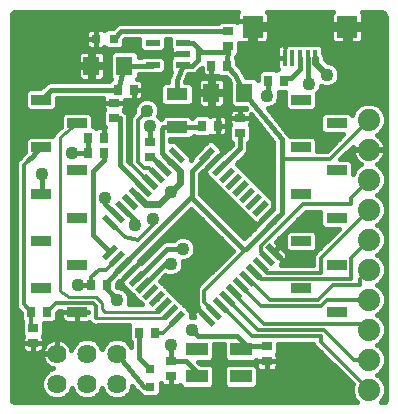
<source format=gtl>
G75*
G70*
%OFA0B0*%
%FSLAX24Y24*%
%IPPOS*%
%LPD*%
%AMOC8*
5,1,8,0,0,1.08239X$1,22.5*
%
%ADD10R,0.0276X0.0354*%
%ADD11R,0.0551X0.0630*%
%ADD12R,0.0354X0.0276*%
%ADD13R,0.0315X0.0315*%
%ADD14R,0.0591X0.0197*%
%ADD15R,0.0197X0.0591*%
%ADD16R,0.0748X0.0433*%
%ADD17R,0.0709X0.0394*%
%ADD18R,0.0472X0.0217*%
%ADD19R,0.0138X0.0551*%
%ADD20R,0.0709X0.0748*%
%ADD21R,0.0669X0.0335*%
%ADD22C,0.0640*%
%ADD23C,0.0740*%
%ADD24C,0.0160*%
%ADD25C,0.0436*%
%ADD26C,0.0120*%
%ADD27C,0.0300*%
%ADD28C,0.0100*%
%ADD29C,0.0240*%
D10*
X001024Y003480D03*
X001536Y003480D03*
X003024Y004380D03*
X003536Y004380D03*
X004624Y002780D03*
X005136Y002780D03*
X003436Y008780D03*
X003436Y009280D03*
X002924Y009280D03*
X002924Y008780D03*
X003924Y010880D03*
X004436Y010880D03*
X006724Y009680D03*
X007236Y009680D03*
X008924Y011180D03*
X009436Y011180D03*
X007536Y011680D03*
X007024Y011680D03*
D11*
X007029Y010780D03*
X008131Y010780D03*
X004131Y011680D03*
X003029Y011680D03*
D12*
X003780Y010436D03*
X003780Y009924D03*
X004980Y009136D03*
X004980Y008624D03*
X007980Y009424D03*
X007980Y009936D03*
X007580Y012324D03*
X007580Y012836D03*
X001080Y002936D03*
X001080Y002424D03*
X005680Y001836D03*
X005680Y001324D03*
X008880Y001824D03*
X008880Y002336D03*
D13*
X004980Y001575D03*
X004980Y000985D03*
X003775Y012580D03*
X003185Y012580D03*
D14*
G36*
X006013Y008430D02*
X005596Y008845D01*
X005735Y008984D01*
X006152Y008569D01*
X006013Y008430D01*
G37*
G36*
X005791Y008207D02*
X005374Y008622D01*
X005513Y008761D01*
X005930Y008346D01*
X005791Y008207D01*
G37*
G36*
X005568Y007984D02*
X005151Y008399D01*
X005290Y008538D01*
X005707Y008123D01*
X005568Y007984D01*
G37*
G36*
X005346Y007761D02*
X004929Y008176D01*
X005068Y008315D01*
X005485Y007900D01*
X005346Y007761D01*
G37*
G36*
X005124Y007538D02*
X004707Y007953D01*
X004846Y008092D01*
X005263Y007677D01*
X005124Y007538D01*
G37*
G36*
X004902Y007315D02*
X004485Y007730D01*
X004624Y007869D01*
X005041Y007454D01*
X004902Y007315D01*
G37*
G36*
X004679Y007092D02*
X004262Y007507D01*
X004401Y007646D01*
X004818Y007231D01*
X004679Y007092D01*
G37*
G36*
X004457Y006869D02*
X004040Y007284D01*
X004179Y007423D01*
X004596Y007008D01*
X004457Y006869D01*
G37*
G36*
X004235Y006646D02*
X003818Y007061D01*
X003957Y007200D01*
X004374Y006785D01*
X004235Y006646D01*
G37*
G36*
X004012Y006422D02*
X003595Y006837D01*
X003734Y006976D01*
X004151Y006561D01*
X004012Y006422D01*
G37*
G36*
X003790Y006199D02*
X003373Y006614D01*
X003512Y006753D01*
X003929Y006338D01*
X003790Y006199D01*
G37*
G36*
X007025Y002976D02*
X006608Y003391D01*
X006747Y003530D01*
X007164Y003115D01*
X007025Y002976D01*
G37*
G36*
X007247Y003199D02*
X006830Y003614D01*
X006969Y003753D01*
X007386Y003338D01*
X007247Y003199D01*
G37*
G36*
X007470Y003422D02*
X007053Y003837D01*
X007192Y003976D01*
X007609Y003561D01*
X007470Y003422D01*
G37*
G36*
X007692Y003645D02*
X007275Y004060D01*
X007414Y004199D01*
X007831Y003784D01*
X007692Y003645D01*
G37*
G36*
X007914Y003868D02*
X007497Y004283D01*
X007636Y004422D01*
X008053Y004007D01*
X007914Y003868D01*
G37*
G36*
X008136Y004091D02*
X007719Y004506D01*
X007858Y004645D01*
X008275Y004230D01*
X008136Y004091D01*
G37*
G36*
X008359Y004314D02*
X007942Y004729D01*
X008081Y004868D01*
X008498Y004453D01*
X008359Y004314D01*
G37*
G36*
X008581Y004537D02*
X008164Y004952D01*
X008303Y005091D01*
X008720Y004676D01*
X008581Y004537D01*
G37*
G36*
X008803Y004760D02*
X008386Y005175D01*
X008525Y005314D01*
X008942Y004899D01*
X008803Y004760D01*
G37*
G36*
X009026Y004984D02*
X008609Y005399D01*
X008748Y005538D01*
X009165Y005123D01*
X009026Y004984D01*
G37*
G36*
X009248Y005207D02*
X008831Y005622D01*
X008970Y005761D01*
X009387Y005346D01*
X009248Y005207D01*
G37*
D15*
G36*
X008969Y006208D02*
X008830Y006347D01*
X009245Y006764D01*
X009384Y006625D01*
X008969Y006208D01*
G37*
G36*
X008746Y006430D02*
X008607Y006569D01*
X009022Y006986D01*
X009161Y006847D01*
X008746Y006430D01*
G37*
G36*
X008523Y006653D02*
X008384Y006792D01*
X008799Y007209D01*
X008938Y007070D01*
X008523Y006653D01*
G37*
G36*
X008300Y006875D02*
X008161Y007014D01*
X008576Y007431D01*
X008715Y007292D01*
X008300Y006875D01*
G37*
G36*
X008077Y007097D02*
X007938Y007236D01*
X008353Y007653D01*
X008492Y007514D01*
X008077Y007097D01*
G37*
G36*
X007854Y007319D02*
X007715Y007458D01*
X008130Y007875D01*
X008269Y007736D01*
X007854Y007319D01*
G37*
G36*
X007631Y007542D02*
X007492Y007681D01*
X007907Y008098D01*
X008046Y007959D01*
X007631Y007542D01*
G37*
G36*
X007408Y007764D02*
X007269Y007903D01*
X007684Y008320D01*
X007823Y008181D01*
X007408Y007764D01*
G37*
G36*
X007185Y007986D02*
X007046Y008125D01*
X007461Y008542D01*
X007600Y008403D01*
X007185Y007986D01*
G37*
G36*
X006961Y008209D02*
X006822Y008348D01*
X007237Y008765D01*
X007376Y008626D01*
X006961Y008209D01*
G37*
G36*
X006738Y008431D02*
X006599Y008570D01*
X007014Y008987D01*
X007153Y008848D01*
X006738Y008431D01*
G37*
G36*
X003515Y005196D02*
X003376Y005335D01*
X003791Y005752D01*
X003930Y005613D01*
X003515Y005196D01*
G37*
G36*
X003738Y004974D02*
X003599Y005113D01*
X004014Y005530D01*
X004153Y005391D01*
X003738Y004974D01*
G37*
G36*
X003961Y004751D02*
X003822Y004890D01*
X004237Y005307D01*
X004376Y005168D01*
X003961Y004751D01*
G37*
G36*
X004184Y004529D02*
X004045Y004668D01*
X004460Y005085D01*
X004599Y004946D01*
X004184Y004529D01*
G37*
G36*
X004407Y004307D02*
X004268Y004446D01*
X004683Y004863D01*
X004822Y004724D01*
X004407Y004307D01*
G37*
G36*
X004630Y004085D02*
X004491Y004224D01*
X004906Y004641D01*
X005045Y004502D01*
X004630Y004085D01*
G37*
G36*
X004853Y003862D02*
X004714Y004001D01*
X005129Y004418D01*
X005268Y004279D01*
X004853Y003862D01*
G37*
G36*
X005076Y003640D02*
X004937Y003779D01*
X005352Y004196D01*
X005491Y004057D01*
X005076Y003640D01*
G37*
G36*
X005299Y003418D02*
X005160Y003557D01*
X005575Y003974D01*
X005714Y003835D01*
X005299Y003418D01*
G37*
G36*
X005523Y003195D02*
X005384Y003334D01*
X005799Y003751D01*
X005938Y003612D01*
X005523Y003195D01*
G37*
G36*
X005746Y002973D02*
X005607Y003112D01*
X006022Y003529D01*
X006161Y003390D01*
X005746Y002973D01*
G37*
D16*
X006552Y002233D03*
X006552Y001327D03*
X008008Y001327D03*
X008008Y002233D03*
D17*
X005880Y009629D03*
X005880Y010731D03*
D18*
X006092Y011706D03*
X006092Y012080D03*
X006092Y012454D03*
X005068Y012454D03*
X005068Y011706D03*
D19*
X009468Y011937D03*
X009724Y011937D03*
X009980Y011937D03*
X010236Y011937D03*
X010492Y011937D03*
D20*
X011555Y012980D03*
X008405Y012980D03*
D21*
X010020Y010554D03*
X011201Y009767D03*
X010020Y008979D03*
X011201Y008192D03*
X010020Y007404D03*
X011201Y006617D03*
X010020Y005830D03*
X011201Y005042D03*
X010020Y004255D03*
X011201Y003467D03*
X002540Y003467D03*
X001359Y004255D03*
X002540Y005042D03*
X001359Y005830D03*
X002540Y006617D03*
X001359Y007404D03*
X002540Y008192D03*
X001359Y008979D03*
X002540Y009767D03*
X001359Y010554D03*
D22*
X001880Y002080D03*
X001880Y001080D03*
X002880Y001080D03*
X002880Y002080D03*
X003880Y002080D03*
X003880Y001080D03*
D23*
X012280Y000880D03*
X012280Y001880D03*
X012280Y002880D03*
X012280Y003880D03*
X012280Y004880D03*
X012280Y005880D03*
X012280Y006880D03*
X012280Y007880D03*
X012280Y008880D03*
X012280Y009880D03*
D24*
X000417Y000494D02*
X000394Y000517D01*
X000382Y000547D01*
X000380Y000563D01*
X000380Y013396D01*
X000383Y013417D01*
X000403Y013453D01*
X000439Y013473D01*
X000460Y013476D01*
X007918Y013476D01*
X007907Y013465D01*
X007883Y013423D01*
X007871Y013378D01*
X007871Y013143D01*
X007840Y013174D01*
X007320Y013174D01*
X007262Y013116D01*
X003975Y013116D01*
X003873Y013073D01*
X003737Y012937D01*
X003535Y012937D01*
X003466Y012868D01*
X003453Y012882D01*
X003412Y012905D01*
X003366Y012917D01*
X003185Y012917D01*
X003185Y012580D01*
X003185Y012243D01*
X003366Y012243D01*
X003412Y012255D01*
X003453Y012278D01*
X003466Y012292D01*
X003535Y012223D01*
X004016Y012223D01*
X004133Y012340D01*
X004133Y012541D01*
X004147Y012556D01*
X004632Y012556D01*
X004632Y012263D01*
X004749Y012146D01*
X005387Y012146D01*
X005504Y012263D01*
X005504Y012556D01*
X005656Y012556D01*
X005656Y012263D01*
X005682Y012236D01*
X005676Y012212D01*
X005676Y012080D01*
X005676Y011948D01*
X005682Y011924D01*
X005656Y011897D01*
X005656Y011515D01*
X005694Y011477D01*
X005622Y011304D01*
X005600Y011250D01*
X005600Y011250D01*
X005600Y011250D01*
X005600Y011194D01*
X005600Y011128D01*
X005443Y011128D01*
X005326Y011011D01*
X005326Y010451D01*
X005443Y010334D01*
X006317Y010334D01*
X006434Y010451D01*
X006434Y011011D01*
X006317Y011128D01*
X006160Y011128D01*
X006160Y011138D01*
X006267Y011398D01*
X006411Y011398D01*
X006413Y011400D01*
X006436Y011400D01*
X006539Y011443D01*
X006617Y011521D01*
X006706Y011610D01*
X006706Y011479D01*
X006719Y011433D01*
X006742Y011392D01*
X006776Y011359D01*
X006817Y011335D01*
X006863Y011323D01*
X007024Y011323D01*
X007024Y011680D01*
X007024Y011680D01*
X007024Y011323D01*
X007186Y011323D01*
X007231Y011335D01*
X007264Y011354D01*
X007315Y011303D01*
X007517Y011303D01*
X007601Y011219D01*
X007656Y011109D01*
X007656Y010382D01*
X007773Y010265D01*
X008187Y010265D01*
X008200Y010249D01*
X008181Y010254D01*
X007980Y010254D01*
X007779Y010254D01*
X007733Y010241D01*
X007692Y010218D01*
X007659Y010184D01*
X007635Y010143D01*
X007623Y010097D01*
X007623Y009936D01*
X007980Y009936D01*
X007980Y010254D01*
X007980Y009936D01*
X007980Y009936D01*
X007980Y009936D01*
X008337Y009936D01*
X008337Y010078D01*
X009100Y009132D01*
X009100Y007192D01*
X008916Y007376D01*
X008693Y007598D01*
X008470Y007820D01*
X008470Y007820D01*
X008247Y008043D01*
X008024Y008265D01*
X007871Y008417D01*
X008141Y008687D01*
X008142Y008687D01*
X008181Y008727D01*
X008220Y008765D01*
X008220Y008766D01*
X008220Y008767D01*
X008241Y008818D01*
X008262Y008868D01*
X008262Y008869D01*
X008262Y008870D01*
X008262Y008925D01*
X008262Y008980D01*
X008262Y008980D01*
X008261Y009108D01*
X008357Y009203D01*
X008357Y009645D01*
X008306Y009696D01*
X008325Y009729D01*
X008337Y009774D01*
X008337Y009936D01*
X007980Y009936D01*
X007980Y009936D01*
X007623Y009936D01*
X007623Y009774D01*
X007635Y009729D01*
X007654Y009696D01*
X007603Y009645D01*
X007603Y009203D01*
X007701Y009105D01*
X007702Y009040D01*
X007460Y008798D01*
X007435Y008823D01*
X007099Y008487D01*
X007099Y008487D01*
X006764Y008150D01*
X006844Y008070D01*
X006845Y008042D01*
X007068Y007819D01*
X007291Y007597D01*
X007291Y007597D01*
X007514Y007375D01*
X007514Y007375D01*
X007737Y007152D01*
X007960Y006930D01*
X007960Y006930D01*
X008183Y006708D01*
X008183Y006708D01*
X008440Y006452D01*
X008468Y006452D01*
X008549Y006372D01*
X008884Y006708D01*
X008884Y006708D01*
X008549Y006372D01*
X008562Y006358D01*
X008130Y005926D01*
X006660Y007396D01*
X006660Y008064D01*
X006755Y008159D01*
X006764Y008150D01*
X007099Y008487D01*
X007435Y008823D01*
X007354Y008904D01*
X007354Y008932D01*
X007098Y009188D01*
X006932Y009188D01*
X006398Y008652D01*
X006398Y008594D01*
X006353Y008549D01*
X006353Y008652D01*
X005817Y009186D01*
X005660Y009185D01*
X005660Y009232D01*
X006317Y009232D01*
X006434Y009349D01*
X006457Y009349D01*
X006503Y009303D01*
X006945Y009303D01*
X006996Y009354D01*
X007029Y009335D01*
X007074Y009323D01*
X007236Y009323D01*
X007397Y009323D01*
X007443Y009335D01*
X007484Y009359D01*
X007518Y009392D01*
X007541Y009433D01*
X007554Y009479D01*
X007554Y009680D01*
X007554Y009881D01*
X007541Y009927D01*
X007518Y009968D01*
X007484Y010001D01*
X007443Y010025D01*
X007397Y010037D01*
X007236Y010037D01*
X007236Y009680D01*
X007554Y009680D01*
X007236Y009680D01*
X007236Y009680D01*
X007236Y009680D01*
X007236Y009323D01*
X007236Y009680D01*
X007236Y009680D01*
X007236Y010037D01*
X007074Y010037D01*
X007029Y010025D01*
X006996Y010006D01*
X006945Y010057D01*
X006503Y010057D01*
X006395Y009948D01*
X006317Y010026D01*
X005443Y010026D01*
X005334Y009917D01*
X005256Y009995D01*
X005298Y010097D01*
X005298Y010263D01*
X005234Y010417D01*
X005117Y010534D01*
X004963Y010598D01*
X004797Y010598D01*
X004643Y010534D01*
X004526Y010417D01*
X004462Y010263D01*
X004462Y010130D01*
X004433Y010100D01*
X004360Y010027D01*
X004320Y009932D01*
X004320Y008430D01*
X004260Y008490D01*
X004260Y009889D01*
X004263Y009897D01*
X004260Y009944D01*
X004260Y009980D01*
X004258Y009986D01*
X004256Y010008D01*
X004208Y010108D01*
X004124Y010182D01*
X004117Y010185D01*
X004106Y010196D01*
X004125Y010229D01*
X004137Y010274D01*
X004137Y010436D01*
X004137Y010503D01*
X004145Y010503D01*
X004196Y010554D01*
X004229Y010535D01*
X004274Y010523D01*
X004436Y010523D01*
X004597Y010523D01*
X004643Y010535D01*
X004684Y010559D01*
X004718Y010592D01*
X004741Y010633D01*
X004754Y010679D01*
X004754Y010880D01*
X004754Y011081D01*
X004741Y011127D01*
X004718Y011168D01*
X004684Y011201D01*
X004643Y011225D01*
X004597Y011237D01*
X004562Y011237D01*
X004607Y011282D01*
X004607Y011400D01*
X004747Y011400D01*
X004749Y011398D01*
X005387Y011398D01*
X005504Y011515D01*
X005504Y011897D01*
X005387Y012014D01*
X004749Y012014D01*
X004695Y011960D01*
X004607Y011960D01*
X004607Y012078D01*
X004490Y012195D01*
X003773Y012195D01*
X003656Y012078D01*
X003656Y011282D01*
X003692Y011246D01*
X003606Y011160D01*
X001629Y011160D01*
X001526Y011117D01*
X001330Y010921D01*
X000941Y010921D01*
X000824Y010804D01*
X000824Y010304D01*
X000941Y010187D01*
X001776Y010187D01*
X001893Y010304D01*
X001893Y010600D01*
X003424Y010600D01*
X003423Y010597D01*
X003423Y010436D01*
X003780Y010436D01*
X003780Y010436D01*
X004137Y010436D01*
X003780Y010436D01*
X003780Y010436D01*
X003423Y010436D01*
X003423Y010274D01*
X003435Y010229D01*
X003454Y010196D01*
X003403Y010145D01*
X003403Y009703D01*
X003469Y009637D01*
X003436Y009637D01*
X003436Y009280D01*
X003436Y009280D01*
X003436Y009637D01*
X003274Y009637D01*
X003229Y009625D01*
X003196Y009606D01*
X003145Y009657D01*
X003074Y009657D01*
X003074Y010017D01*
X002957Y010134D01*
X002122Y010134D01*
X002005Y010017D01*
X002005Y009651D01*
X001850Y009524D01*
X001838Y009519D01*
X001812Y009492D01*
X001783Y009468D01*
X001777Y009457D01*
X001768Y009448D01*
X001754Y009414D01*
X001736Y009381D01*
X001735Y009368D01*
X001730Y009356D01*
X001730Y009347D01*
X000941Y009347D01*
X000824Y009229D01*
X000824Y008820D01*
X000687Y008683D01*
X000667Y008634D01*
X000560Y008527D01*
X000520Y008432D01*
X000520Y003672D01*
X000560Y003577D01*
X000633Y003504D01*
X000686Y003450D01*
X000686Y003220D01*
X000726Y003180D01*
X000703Y003157D01*
X000703Y002715D01*
X000754Y002664D01*
X000735Y002631D01*
X000723Y002586D01*
X000723Y002424D01*
X000723Y002263D01*
X000735Y002217D01*
X000759Y002176D01*
X000792Y002142D01*
X000833Y002119D01*
X000879Y002106D01*
X001080Y002106D01*
X001281Y002106D01*
X001327Y002119D01*
X001368Y002142D01*
X001387Y002161D01*
X001380Y002119D01*
X001380Y002089D01*
X001871Y002089D01*
X001871Y002580D01*
X001841Y002580D01*
X001763Y002568D01*
X001688Y002543D01*
X001618Y002508D01*
X001554Y002461D01*
X001499Y002406D01*
X001452Y002342D01*
X001437Y002312D01*
X001437Y002424D01*
X001080Y002424D01*
X001080Y002106D01*
X001080Y002424D01*
X001080Y002424D01*
X000723Y002424D01*
X001080Y002424D01*
X001080Y002424D01*
X001080Y002424D01*
X001437Y002424D01*
X001437Y002586D01*
X001425Y002631D01*
X001406Y002664D01*
X001457Y002715D01*
X001457Y003103D01*
X001757Y003103D01*
X001874Y003220D01*
X001874Y003450D01*
X001944Y003520D01*
X002025Y003520D01*
X002025Y003471D01*
X002536Y003471D01*
X002536Y003464D01*
X002025Y003464D01*
X002025Y003276D01*
X002037Y003231D01*
X002061Y003190D01*
X002095Y003156D01*
X002136Y003132D01*
X002181Y003120D01*
X002536Y003120D01*
X002536Y003464D01*
X002544Y003464D01*
X002920Y003464D01*
X002920Y003471D01*
X002544Y003471D01*
X002544Y003464D01*
X002544Y003120D01*
X002898Y003120D01*
X002944Y003132D01*
X002957Y003140D01*
X002960Y003133D01*
X003033Y003060D01*
X003128Y003020D01*
X003232Y003020D01*
X003256Y003030D01*
X004286Y003030D01*
X004286Y002520D01*
X004344Y002462D01*
X004344Y002318D01*
X004321Y002375D01*
X004175Y002521D01*
X003983Y002600D01*
X003777Y002600D01*
X003585Y002521D01*
X003439Y002375D01*
X003380Y002232D01*
X003321Y002375D01*
X003175Y002521D01*
X002983Y002600D01*
X002777Y002600D01*
X002585Y002521D01*
X002439Y002375D01*
X002367Y002200D01*
X002343Y002272D01*
X002308Y002342D01*
X002261Y002406D01*
X002206Y002461D01*
X002142Y002508D01*
X002072Y002543D01*
X001997Y002568D01*
X001919Y002580D01*
X001889Y002580D01*
X001889Y002089D01*
X001871Y002089D01*
X001871Y002071D01*
X001380Y002071D01*
X001380Y002041D01*
X001392Y001963D01*
X001417Y001888D01*
X001452Y001818D01*
X001499Y001754D01*
X001554Y001699D01*
X001618Y001652D01*
X001688Y001617D01*
X001760Y001593D01*
X001585Y001521D01*
X001439Y001375D01*
X001360Y001183D01*
X001360Y000977D01*
X001439Y000785D01*
X001585Y000639D01*
X001777Y000560D01*
X001983Y000560D01*
X002175Y000639D01*
X002321Y000785D01*
X002380Y000928D01*
X002439Y000785D01*
X002585Y000639D01*
X002777Y000560D01*
X002983Y000560D01*
X003175Y000639D01*
X003321Y000785D01*
X003380Y000928D01*
X003439Y000785D01*
X003585Y000639D01*
X003777Y000560D01*
X003983Y000560D01*
X004175Y000639D01*
X004321Y000785D01*
X004400Y000977D01*
X004400Y001001D01*
X004532Y000839D01*
X004538Y000826D01*
X004567Y000797D01*
X004594Y000764D01*
X004606Y000758D01*
X004617Y000747D01*
X004623Y000745D01*
X004623Y000744D01*
X004740Y000627D01*
X005220Y000627D01*
X005337Y000744D01*
X005337Y001113D01*
X005359Y001076D01*
X005392Y001042D01*
X005433Y001019D01*
X005479Y001006D01*
X005680Y001006D01*
X005680Y001324D01*
X005680Y001006D01*
X005881Y001006D01*
X005927Y001019D01*
X005968Y001042D01*
X005978Y001052D01*
X005978Y001028D01*
X006095Y000911D01*
X007009Y000911D01*
X007126Y001028D01*
X007126Y001627D01*
X007009Y001744D01*
X006668Y001744D01*
X006596Y001816D01*
X007009Y001816D01*
X007126Y001933D01*
X007126Y002400D01*
X007434Y002400D01*
X007434Y001933D01*
X007551Y001816D01*
X008465Y001816D01*
X008523Y001874D01*
X008523Y001824D01*
X008523Y001686D01*
X008465Y001744D01*
X007551Y001744D01*
X007434Y001627D01*
X007434Y001028D01*
X007551Y000911D01*
X008465Y000911D01*
X008582Y001028D01*
X008582Y001552D01*
X008592Y001542D01*
X008633Y001519D01*
X008679Y001506D01*
X008880Y001506D01*
X008880Y001824D01*
X008880Y001506D01*
X009081Y001506D01*
X009127Y001519D01*
X009168Y001542D01*
X009201Y001576D01*
X009225Y001617D01*
X009237Y001663D01*
X009237Y001824D01*
X008880Y001824D01*
X008880Y001824D01*
X008880Y001824D01*
X008523Y001824D01*
X008880Y001824D01*
X008880Y001824D01*
X009237Y001824D01*
X009237Y001986D01*
X009225Y002031D01*
X009206Y002064D01*
X009257Y002115D01*
X009257Y002420D01*
X010423Y002420D01*
X010460Y002333D01*
X011736Y001056D01*
X011710Y000993D01*
X011710Y000767D01*
X011797Y000557D01*
X011874Y000480D01*
X000463Y000480D01*
X000447Y000482D01*
X000417Y000494D01*
X000386Y000536D02*
X011818Y000536D01*
X011740Y000694D02*
X005287Y000694D01*
X005337Y000853D02*
X011710Y000853D01*
X011717Y001011D02*
X008566Y001011D01*
X008582Y001170D02*
X011623Y001170D01*
X011464Y001328D02*
X008582Y001328D01*
X008582Y001487D02*
X011306Y001487D01*
X011147Y001645D02*
X009232Y001645D01*
X009237Y001804D02*
X010989Y001804D01*
X010830Y001962D02*
X009237Y001962D01*
X009257Y002121D02*
X010672Y002121D01*
X010513Y002279D02*
X009257Y002279D01*
X008880Y002336D02*
X008111Y002336D01*
X008111Y002449D01*
X007880Y002680D01*
X006580Y002680D01*
X006380Y002880D01*
X006352Y003298D02*
X006362Y003308D01*
X006362Y003474D01*
X006139Y003696D01*
X005915Y003918D01*
X005915Y003918D01*
X005692Y004141D01*
X005469Y004363D01*
X005314Y004518D01*
X005499Y004703D01*
X005597Y004662D01*
X005763Y004662D01*
X005917Y004726D01*
X006034Y004843D01*
X006098Y004997D01*
X006098Y005162D01*
X006163Y005162D01*
X006317Y005226D01*
X006434Y005343D01*
X006498Y005497D01*
X006498Y005663D01*
X006434Y005817D01*
X006317Y005934D01*
X006163Y005998D01*
X005997Y005998D01*
X005843Y005934D01*
X005769Y005860D01*
X005485Y005860D01*
X005382Y005817D01*
X005303Y005739D01*
X004683Y005119D01*
X004657Y005144D01*
X004633Y005168D01*
X006365Y006899D01*
X007748Y005516D01*
X006560Y004327D01*
X006520Y004232D01*
X006520Y003752D01*
X006560Y003657D01*
X006589Y003628D01*
X006549Y003588D01*
X006463Y003502D01*
X006439Y003461D01*
X006427Y003415D01*
X006427Y003367D01*
X006440Y003322D01*
X006453Y003298D01*
X006352Y003298D01*
X006362Y003389D02*
X006427Y003389D01*
X006508Y003547D02*
X006288Y003547D01*
X006139Y003696D02*
X006139Y003696D01*
X006129Y003706D02*
X006539Y003706D01*
X006549Y003588D02*
X006886Y003253D01*
X006886Y003253D01*
X006549Y003588D01*
X006590Y003547D02*
X006590Y003547D01*
X006750Y003389D02*
X006750Y003389D01*
X006520Y003864D02*
X005970Y003864D01*
X005811Y004023D02*
X006520Y004023D01*
X006520Y004181D02*
X005652Y004181D01*
X005692Y004141D02*
X005692Y004141D01*
X005493Y004340D02*
X006572Y004340D01*
X006730Y004498D02*
X005334Y004498D01*
X005469Y004363D02*
X005469Y004363D01*
X005453Y004657D02*
X006889Y004657D01*
X007047Y004815D02*
X006006Y004815D01*
X006088Y004974D02*
X007206Y004974D01*
X007364Y005132D02*
X006098Y005132D01*
X006382Y005291D02*
X007523Y005291D01*
X007681Y005449D02*
X006478Y005449D01*
X006498Y005608D02*
X007656Y005608D01*
X007498Y005766D02*
X006456Y005766D01*
X006327Y005925D02*
X007339Y005925D01*
X007181Y006083D02*
X005548Y006083D01*
X005707Y006242D02*
X007022Y006242D01*
X006864Y006400D02*
X005865Y006400D01*
X006024Y006559D02*
X006705Y006559D01*
X006547Y006717D02*
X006182Y006717D01*
X006341Y006876D02*
X006388Y006876D01*
X006380Y007280D02*
X006380Y007280D01*
X008080Y005580D01*
X008180Y005580D01*
X009080Y006480D01*
X009086Y006486D01*
X009107Y006486D02*
X009107Y006507D01*
X009380Y006780D01*
X009380Y008580D01*
X009380Y009231D01*
X008131Y010780D01*
X007831Y011385D01*
X007536Y011680D01*
X007580Y012324D01*
X007477Y012133D01*
X006727Y012133D01*
X006580Y012280D01*
X006580Y011880D01*
X006380Y011680D01*
X006118Y011680D01*
X006092Y011706D01*
X005880Y011194D01*
X005880Y010731D01*
X005600Y011155D02*
X004725Y011155D01*
X004754Y010997D02*
X005326Y010997D01*
X005326Y010838D02*
X004754Y010838D01*
X004754Y010880D02*
X004436Y010880D01*
X004754Y010880D01*
X004754Y010680D02*
X005326Y010680D01*
X005326Y010521D02*
X005130Y010521D01*
X005257Y010363D02*
X005415Y010363D01*
X005298Y010204D02*
X007679Y010204D01*
X007675Y010363D02*
X007453Y010363D01*
X007448Y010355D02*
X007472Y010396D01*
X007484Y010441D01*
X007484Y010722D01*
X007087Y010722D01*
X007087Y010838D01*
X006971Y010838D01*
X006971Y011275D01*
X006730Y011275D01*
X006684Y011263D01*
X006643Y011239D01*
X006609Y011205D01*
X006585Y011164D01*
X006573Y011119D01*
X006573Y010838D01*
X006434Y010838D01*
X006573Y010838D02*
X006971Y010838D01*
X007087Y010838D01*
X007484Y010838D01*
X007656Y010838D01*
X007656Y010680D02*
X007484Y010680D01*
X007484Y010838D02*
X007484Y011119D01*
X007472Y011164D01*
X007448Y011205D01*
X007415Y011239D01*
X007374Y011263D01*
X007328Y011275D01*
X007087Y011275D01*
X007087Y010838D01*
X007087Y010722D02*
X006971Y010722D01*
X006971Y010285D01*
X006730Y010285D01*
X006684Y010297D01*
X006643Y010321D01*
X006609Y010355D01*
X006585Y010396D01*
X006573Y010441D01*
X006573Y010722D01*
X006971Y010722D01*
X006971Y010838D01*
X006971Y010680D02*
X007087Y010680D01*
X007087Y010722D02*
X007087Y010285D01*
X007328Y010285D01*
X007374Y010297D01*
X007415Y010321D01*
X007448Y010355D01*
X007484Y010521D02*
X007656Y010521D01*
X007980Y010204D02*
X007980Y010204D01*
X007980Y010046D02*
X007980Y010046D01*
X007623Y010046D02*
X006956Y010046D01*
X006971Y010363D02*
X007087Y010363D01*
X007087Y010521D02*
X006971Y010521D01*
X006573Y010521D02*
X006434Y010521D01*
X006434Y010680D02*
X006573Y010680D01*
X006573Y010997D02*
X006434Y010997D01*
X006583Y011155D02*
X006167Y011155D01*
X006232Y011314D02*
X007305Y011314D01*
X007087Y011155D02*
X006971Y011155D01*
X006971Y010997D02*
X007087Y010997D01*
X007484Y010997D02*
X007656Y010997D01*
X007633Y011155D02*
X007475Y011155D01*
X007024Y011472D02*
X007024Y011472D01*
X007024Y011631D02*
X007024Y011631D01*
X006708Y011472D02*
X006568Y011472D01*
X006092Y012080D02*
X005676Y012080D01*
X006092Y012080D01*
X006092Y012080D01*
X006092Y012454D02*
X006406Y012454D01*
X006580Y012280D01*
X005676Y012106D02*
X004579Y012106D01*
X004632Y012265D02*
X004058Y012265D01*
X004133Y012423D02*
X004632Y012423D01*
X004031Y012836D02*
X003775Y012580D01*
X004031Y012836D02*
X007580Y012836D01*
X007780Y013180D02*
X008205Y013180D01*
X008405Y012980D01*
X008485Y013057D02*
X011475Y013057D01*
X011475Y013060D02*
X011475Y012900D01*
X011635Y012900D01*
X011635Y013060D01*
X012089Y013060D01*
X012089Y013378D01*
X012077Y013423D01*
X012053Y013465D01*
X012042Y013476D01*
X012673Y013476D01*
X012707Y013468D01*
X012779Y013428D01*
X012830Y013362D01*
X012850Y013291D01*
X012850Y013229D01*
X012842Y013159D01*
X012850Y013148D01*
X012850Y000543D01*
X012848Y000526D01*
X012832Y000498D01*
X012804Y000482D01*
X012788Y000480D01*
X012686Y000480D01*
X012763Y000557D01*
X012850Y000767D01*
X012850Y000993D01*
X012763Y001203D01*
X012603Y001363D01*
X012562Y001380D01*
X012603Y001397D01*
X012763Y001557D01*
X012850Y001767D01*
X012850Y001993D01*
X012763Y002203D01*
X012603Y002363D01*
X012562Y002380D01*
X012603Y002397D01*
X012763Y002557D01*
X012850Y002767D01*
X012850Y002993D01*
X012763Y003203D01*
X012603Y003363D01*
X012562Y003380D01*
X012603Y003397D01*
X012763Y003557D01*
X012850Y003767D01*
X012850Y003993D01*
X012763Y004203D01*
X012603Y004363D01*
X012562Y004380D01*
X012603Y004397D01*
X012763Y004557D01*
X012850Y004767D01*
X012850Y004993D01*
X012763Y005203D01*
X012603Y005363D01*
X012562Y005380D01*
X012603Y005397D01*
X012763Y005557D01*
X012850Y005767D01*
X012850Y005993D01*
X012763Y006203D01*
X012603Y006363D01*
X012562Y006380D01*
X012603Y006397D01*
X012763Y006557D01*
X012850Y006767D01*
X012850Y006993D01*
X012763Y007203D01*
X012603Y007363D01*
X012562Y007380D01*
X012603Y007397D01*
X012763Y007557D01*
X012850Y007767D01*
X012850Y007993D01*
X012763Y008203D01*
X012603Y008363D01*
X012534Y008392D01*
X012568Y008410D01*
X012638Y008460D01*
X012700Y008522D01*
X012750Y008592D01*
X012790Y008669D01*
X012816Y008751D01*
X012830Y008837D01*
X012830Y008860D01*
X012300Y008860D01*
X012300Y008900D01*
X012830Y008900D01*
X012830Y008923D01*
X012816Y009009D01*
X012790Y009091D01*
X012750Y009168D01*
X012700Y009238D01*
X012638Y009300D01*
X012568Y009350D01*
X012534Y009368D01*
X012603Y009397D01*
X012763Y009557D01*
X012850Y009767D01*
X012850Y009993D01*
X012763Y010203D01*
X012603Y010363D01*
X012393Y010450D01*
X012167Y010450D01*
X011957Y010363D01*
X011797Y010203D01*
X011724Y010028D01*
X011619Y010134D01*
X010784Y010134D01*
X010667Y010017D01*
X010667Y009516D01*
X010784Y009399D01*
X011432Y009399D01*
X010872Y008840D01*
X010555Y008840D01*
X010555Y009229D01*
X010438Y009347D01*
X009638Y009347D01*
X009633Y009364D01*
X009623Y009376D01*
X009617Y009390D01*
X009596Y009411D01*
X009596Y009412D02*
X010772Y009412D01*
X010667Y009570D02*
X009466Y009570D01*
X009562Y009452D02*
X009592Y009422D01*
X009596Y009411D01*
X009562Y009452D02*
X008909Y010262D01*
X008963Y010262D01*
X009117Y010326D01*
X009234Y010443D01*
X009298Y010597D01*
X009298Y010763D01*
X009282Y010803D01*
X009486Y010803D01*
X009486Y010304D01*
X009603Y010187D01*
X010438Y010187D01*
X010555Y010304D01*
X010555Y010764D01*
X010634Y010843D01*
X010698Y010997D01*
X010698Y011003D01*
X010797Y010962D01*
X010963Y010962D01*
X011117Y011026D01*
X011234Y011143D01*
X011298Y011297D01*
X011298Y011463D01*
X011234Y011617D01*
X011117Y011734D01*
X010963Y011798D01*
X010914Y011798D01*
X010812Y011901D01*
X010812Y012000D01*
X010763Y012118D01*
X010761Y012120D01*
X010761Y012295D01*
X010644Y012412D01*
X009572Y012412D01*
X009552Y012392D01*
X009468Y012392D01*
X009376Y012392D01*
X009330Y012380D01*
X009289Y012356D01*
X009255Y012323D01*
X009232Y012282D01*
X009219Y012236D01*
X009219Y011937D01*
X009455Y011937D01*
X009455Y011937D01*
X009219Y011937D01*
X009219Y011637D01*
X009232Y011592D01*
X009251Y011557D01*
X009215Y011557D01*
X009180Y011522D01*
X009145Y011557D01*
X008703Y011557D01*
X008586Y011440D01*
X008586Y011198D01*
X008490Y011295D01*
X008188Y011295D01*
X008086Y011501D01*
X008069Y011543D01*
X008062Y011550D01*
X008057Y011559D01*
X008022Y011589D01*
X007874Y011738D01*
X007874Y011940D01*
X007837Y011977D01*
X007838Y011986D01*
X007840Y011986D01*
X007957Y012103D01*
X007957Y012452D01*
X007981Y012438D01*
X008027Y012426D01*
X008325Y012426D01*
X008325Y012900D01*
X008485Y012900D01*
X008485Y012426D01*
X008783Y012426D01*
X008829Y012438D01*
X008870Y012462D01*
X008904Y012495D01*
X008927Y012537D01*
X008940Y012582D01*
X008940Y012900D01*
X008485Y012900D01*
X008485Y013060D01*
X008940Y013060D01*
X008940Y013378D01*
X008927Y013423D01*
X008904Y013465D01*
X008892Y013476D01*
X011068Y013476D01*
X011056Y013465D01*
X011033Y013423D01*
X011020Y013378D01*
X011020Y013060D01*
X011475Y013060D01*
X011475Y012900D02*
X011020Y012900D01*
X011020Y012582D01*
X011033Y012537D01*
X011056Y012495D01*
X011090Y012462D01*
X011131Y012438D01*
X011177Y012426D01*
X011475Y012426D01*
X011475Y012900D01*
X011475Y012899D02*
X011635Y012899D01*
X011635Y012900D02*
X011635Y012426D01*
X011933Y012426D01*
X011979Y012438D01*
X012020Y012462D01*
X012053Y012495D01*
X012077Y012537D01*
X012089Y012582D01*
X012089Y012900D01*
X011635Y012900D01*
X011635Y013057D02*
X012850Y013057D01*
X012850Y012899D02*
X012089Y012899D01*
X012089Y012740D02*
X012850Y012740D01*
X012850Y012582D02*
X012089Y012582D01*
X011635Y012582D02*
X011475Y012582D01*
X011475Y012740D02*
X011635Y012740D01*
X012089Y013216D02*
X012848Y013216D01*
X012821Y013374D02*
X012089Y013374D01*
X012850Y012423D02*
X007957Y012423D01*
X007957Y012265D02*
X009227Y012265D01*
X009219Y012106D02*
X007957Y012106D01*
X007866Y011948D02*
X009219Y011948D01*
X009219Y011789D02*
X007874Y011789D01*
X007981Y011631D02*
X009221Y011631D01*
X009536Y011280D02*
X009436Y011180D01*
X009536Y011280D02*
X009680Y011280D01*
X009980Y011580D01*
X009980Y011937D01*
X010236Y011937D02*
X010236Y011124D01*
X010280Y011080D01*
X010629Y010838D02*
X012850Y010838D01*
X012850Y010680D02*
X010555Y010680D01*
X010555Y010521D02*
X012850Y010521D01*
X012850Y010363D02*
X012604Y010363D01*
X012762Y010204D02*
X012850Y010204D01*
X012850Y010046D02*
X012828Y010046D01*
X012850Y009887D02*
X012850Y009887D01*
X012834Y009729D02*
X012850Y009729D01*
X012850Y009570D02*
X012769Y009570D01*
X012850Y009412D02*
X012618Y009412D01*
X012685Y009253D02*
X012850Y009253D01*
X012850Y009095D02*
X012788Y009095D01*
X012828Y008936D02*
X012850Y008936D01*
X012850Y008778D02*
X012821Y008778D01*
X012850Y008619D02*
X012764Y008619D01*
X012850Y008461D02*
X012638Y008461D01*
X012664Y008302D02*
X012850Y008302D01*
X012850Y008144D02*
X012788Y008144D01*
X012850Y007985D02*
X012850Y007985D01*
X012850Y007827D02*
X012850Y007827D01*
X012850Y007668D02*
X012809Y007668D01*
X012850Y007510D02*
X012716Y007510D01*
X012615Y007351D02*
X012850Y007351D01*
X012850Y007193D02*
X012768Y007193D01*
X012833Y007034D02*
X012850Y007034D01*
X012850Y006876D02*
X012850Y006876D01*
X012850Y006717D02*
X012829Y006717D01*
X012850Y006559D02*
X012764Y006559D01*
X012850Y006400D02*
X012606Y006400D01*
X012725Y006242D02*
X012850Y006242D01*
X012850Y006083D02*
X012813Y006083D01*
X012850Y005925D02*
X012850Y005925D01*
X012850Y005766D02*
X012850Y005766D01*
X012850Y005608D02*
X012784Y005608D01*
X012850Y005449D02*
X012655Y005449D01*
X012676Y005291D02*
X012850Y005291D01*
X012850Y005132D02*
X012793Y005132D01*
X012850Y004974D02*
X012850Y004974D01*
X012850Y004815D02*
X012850Y004815D01*
X012850Y004657D02*
X012804Y004657D01*
X012850Y004498D02*
X012704Y004498D01*
X012627Y004340D02*
X012850Y004340D01*
X012850Y004181D02*
X012772Y004181D01*
X012838Y004023D02*
X012850Y004023D01*
X012850Y003864D02*
X012850Y003864D01*
X012850Y003706D02*
X012825Y003706D01*
X012850Y003547D02*
X012753Y003547D01*
X012850Y003389D02*
X012583Y003389D01*
X012736Y003230D02*
X012850Y003230D01*
X012850Y003072D02*
X012818Y003072D01*
X012850Y002913D02*
X012850Y002913D01*
X012845Y002755D02*
X012850Y002755D01*
X012850Y002596D02*
X012779Y002596D01*
X012850Y002438D02*
X012644Y002438D01*
X012687Y002279D02*
X012850Y002279D01*
X012850Y002121D02*
X012797Y002121D01*
X012850Y001962D02*
X012850Y001962D01*
X012850Y001804D02*
X012850Y001804D01*
X012850Y001645D02*
X012800Y001645D01*
X012850Y001487D02*
X012693Y001487D01*
X012638Y001328D02*
X012850Y001328D01*
X012850Y001170D02*
X012777Y001170D01*
X012843Y001011D02*
X012850Y001011D01*
X012850Y000853D02*
X012850Y000853D01*
X012850Y000694D02*
X012820Y000694D01*
X012849Y000536D02*
X012742Y000536D01*
X008880Y001645D02*
X008880Y001645D01*
X008880Y001804D02*
X008880Y001804D01*
X008523Y001804D02*
X006608Y001804D01*
X006552Y001464D02*
X006180Y001836D01*
X005680Y001836D01*
X005680Y002380D01*
X004980Y001575D02*
X004624Y001931D01*
X004624Y002780D01*
X004286Y002755D02*
X001457Y002755D01*
X001434Y002596D02*
X002767Y002596D01*
X002993Y002596D02*
X003767Y002596D01*
X003993Y002596D02*
X004286Y002596D01*
X004258Y002438D02*
X004344Y002438D01*
X003880Y002080D02*
X004775Y000985D01*
X004980Y000985D01*
X005337Y001011D02*
X005462Y001011D01*
X005680Y001011D02*
X005680Y001011D01*
X005898Y001011D02*
X005994Y001011D01*
X005680Y001170D02*
X005680Y001170D01*
X005680Y001324D02*
X005680Y001324D01*
X006552Y001327D02*
X006552Y001464D01*
X007126Y001487D02*
X007434Y001487D01*
X007434Y001328D02*
X007126Y001328D01*
X007126Y001170D02*
X007434Y001170D01*
X007451Y001011D02*
X007109Y001011D01*
X007107Y001645D02*
X007453Y001645D01*
X007434Y001962D02*
X007126Y001962D01*
X007126Y002121D02*
X007434Y002121D01*
X007434Y002279D02*
X007126Y002279D01*
X008008Y002233D02*
X008111Y002336D01*
X009366Y005040D02*
X009365Y005068D01*
X009446Y005148D01*
X009532Y005235D01*
X009556Y005276D01*
X009568Y005322D01*
X009568Y005369D01*
X009555Y005415D01*
X009532Y005456D01*
X009306Y005681D01*
X009109Y005484D01*
X009306Y005681D01*
X009177Y005809D01*
X010188Y006820D01*
X010667Y006820D01*
X010667Y006367D01*
X010784Y006250D01*
X011282Y006250D01*
X010460Y005427D01*
X010420Y005332D01*
X010420Y005040D01*
X009366Y005040D01*
X009430Y005132D02*
X010420Y005132D01*
X010420Y005291D02*
X009559Y005291D01*
X009535Y005449D02*
X010481Y005449D01*
X010438Y005462D02*
X010555Y005579D01*
X010555Y006080D01*
X010438Y006197D01*
X009603Y006197D01*
X009486Y006080D01*
X009486Y005579D01*
X009603Y005462D01*
X010438Y005462D01*
X010555Y005608D02*
X010640Y005608D01*
X010555Y005766D02*
X010798Y005766D01*
X010957Y005925D02*
X010555Y005925D01*
X010552Y006083D02*
X011115Y006083D01*
X011274Y006242D02*
X009609Y006242D01*
X009489Y006083D02*
X009451Y006083D01*
X009486Y005925D02*
X009292Y005925D01*
X009220Y005766D02*
X009486Y005766D01*
X009486Y005608D02*
X009379Y005608D01*
X009233Y005608D02*
X009233Y005608D01*
X009109Y005484D02*
X009109Y005484D01*
X009446Y005148D01*
X009109Y005484D01*
X009109Y005484D01*
X009144Y005449D02*
X009144Y005449D01*
X009303Y005291D02*
X009303Y005291D01*
X008446Y006242D02*
X007814Y006242D01*
X007973Y006083D02*
X008287Y006083D01*
X008520Y006400D02*
X007656Y006400D01*
X007497Y006559D02*
X008333Y006559D01*
X008174Y006717D02*
X007339Y006717D01*
X007180Y006876D02*
X008015Y006876D01*
X007856Y007034D02*
X007022Y007034D01*
X006863Y007193D02*
X007697Y007193D01*
X007737Y007152D02*
X007737Y007152D01*
X007537Y007351D02*
X006705Y007351D01*
X006660Y007510D02*
X007378Y007510D01*
X007219Y007668D02*
X006660Y007668D01*
X006660Y007827D02*
X007060Y007827D01*
X007068Y007819D02*
X007068Y007819D01*
X006901Y007985D02*
X006660Y007985D01*
X006740Y008144D02*
X006771Y008144D01*
X006915Y008302D02*
X006915Y008302D01*
X007073Y008461D02*
X007073Y008461D01*
X007099Y008487D02*
X007099Y008487D01*
X007231Y008619D02*
X007231Y008619D01*
X007389Y008778D02*
X007389Y008778D01*
X007350Y008936D02*
X007598Y008936D01*
X007701Y009095D02*
X007191Y009095D01*
X007236Y009412D02*
X007236Y009412D01*
X007236Y009570D02*
X007236Y009570D01*
X007236Y009729D02*
X007236Y009729D01*
X007236Y009887D02*
X007236Y009887D01*
X007552Y009887D02*
X007623Y009887D01*
X007635Y009729D02*
X007554Y009729D01*
X007554Y009570D02*
X007603Y009570D01*
X007603Y009412D02*
X007529Y009412D01*
X007603Y009253D02*
X006338Y009253D01*
X006067Y008936D02*
X006681Y008936D01*
X006523Y008778D02*
X006226Y008778D01*
X006353Y008619D02*
X006398Y008619D01*
X006380Y008180D02*
X006876Y008676D01*
X006876Y008709D01*
X006839Y009095D02*
X005908Y009095D01*
X005880Y009629D02*
X005429Y009629D01*
X005380Y009580D01*
X005380Y008756D01*
X005652Y008484D01*
X005429Y008261D02*
X005067Y008624D01*
X004980Y008624D01*
X004980Y009136D02*
X004980Y009680D01*
X005277Y010046D02*
X006492Y010046D01*
X006605Y010363D02*
X006345Y010363D01*
X006724Y009680D02*
X006673Y009629D01*
X005880Y009629D01*
X004630Y010521D02*
X004163Y010521D01*
X004137Y010363D02*
X004503Y010363D01*
X004462Y010204D02*
X004111Y010204D01*
X004238Y010046D02*
X004378Y010046D01*
X004320Y009887D02*
X004260Y009887D01*
X004260Y009729D02*
X004320Y009729D01*
X004320Y009570D02*
X004260Y009570D01*
X004260Y009412D02*
X004320Y009412D01*
X004320Y009253D02*
X004260Y009253D01*
X004260Y009095D02*
X004320Y009095D01*
X004320Y008936D02*
X004260Y008936D01*
X004260Y008778D02*
X004320Y008778D01*
X004320Y008619D02*
X004260Y008619D01*
X004290Y008461D02*
X004320Y008461D01*
X003980Y008374D02*
X003980Y009924D01*
X003780Y009924D01*
X003980Y009936D01*
X003403Y009887D02*
X003074Y009887D01*
X003046Y010046D02*
X003403Y010046D01*
X003449Y010204D02*
X001794Y010204D01*
X001893Y010363D02*
X003423Y010363D01*
X003423Y010521D02*
X001893Y010521D01*
X001685Y010880D02*
X001359Y010554D01*
X001405Y010997D02*
X000380Y010997D01*
X000380Y011155D02*
X001617Y011155D01*
X001685Y010880D02*
X003924Y010880D01*
X004124Y011673D01*
X004131Y011680D01*
X005042Y011680D01*
X005068Y011706D01*
X005504Y011631D02*
X005656Y011631D01*
X005656Y011789D02*
X005504Y011789D01*
X005454Y011948D02*
X005676Y011948D01*
X005656Y012265D02*
X005504Y012265D01*
X005504Y012423D02*
X005656Y012423D01*
X005692Y011472D02*
X005462Y011472D01*
X005626Y011314D02*
X004607Y011314D01*
X004436Y010880D02*
X004436Y010880D01*
X004436Y010523D01*
X004436Y010880D01*
X004436Y010880D01*
X004436Y010838D02*
X004436Y010838D01*
X004436Y010680D02*
X004436Y010680D01*
X003656Y011314D02*
X003477Y011314D01*
X003472Y011296D02*
X003484Y011341D01*
X003484Y011622D01*
X003087Y011622D01*
X003087Y011738D01*
X003484Y011738D01*
X003484Y012019D01*
X003472Y012064D01*
X003448Y012105D01*
X003415Y012139D01*
X003374Y012163D01*
X003328Y012175D01*
X003087Y012175D01*
X003087Y011738D01*
X002971Y011738D01*
X002971Y012175D01*
X002730Y012175D01*
X002684Y012163D01*
X002643Y012139D01*
X002609Y012105D01*
X002585Y012064D01*
X002573Y012019D01*
X002573Y011738D01*
X002971Y011738D01*
X002971Y011622D01*
X003087Y011622D01*
X003087Y011185D01*
X003328Y011185D01*
X003374Y011197D01*
X003415Y011221D01*
X003448Y011255D01*
X003472Y011296D01*
X003484Y011472D02*
X003656Y011472D01*
X003656Y011631D02*
X003087Y011631D01*
X002971Y011631D02*
X000380Y011631D01*
X000380Y011789D02*
X002573Y011789D01*
X002573Y011948D02*
X000380Y011948D01*
X000380Y012106D02*
X002610Y012106D01*
X002883Y012312D02*
X002860Y012353D01*
X002847Y012399D01*
X002847Y012580D01*
X003185Y012580D01*
X003185Y012580D01*
X003185Y012580D01*
X003185Y012243D01*
X003004Y012243D01*
X002958Y012255D01*
X002917Y012278D01*
X002883Y012312D01*
X002941Y012265D02*
X000380Y012265D01*
X000380Y012423D02*
X002847Y012423D01*
X002847Y012580D02*
X003185Y012580D01*
X003185Y012917D01*
X003004Y012917D01*
X002958Y012905D01*
X002917Y012882D01*
X002883Y012848D01*
X002860Y012807D01*
X002847Y012761D01*
X002847Y012580D01*
X002847Y012582D02*
X000380Y012582D01*
X000380Y012740D02*
X002847Y012740D01*
X002946Y012899D02*
X000380Y012899D01*
X000380Y013057D02*
X003856Y013057D01*
X003496Y012899D02*
X003423Y012899D01*
X003185Y012899D02*
X003185Y012899D01*
X003185Y012740D02*
X003185Y012740D01*
X003185Y012582D02*
X003185Y012582D01*
X003185Y012580D02*
X003185Y012580D01*
X003185Y012423D02*
X003185Y012423D01*
X003185Y012265D02*
X003185Y012265D01*
X003087Y012106D02*
X002971Y012106D01*
X002971Y011948D02*
X003087Y011948D01*
X003087Y011789D02*
X002971Y011789D01*
X002971Y011622D02*
X002573Y011622D01*
X002573Y011341D01*
X002585Y011296D01*
X002609Y011255D01*
X002643Y011221D01*
X002684Y011197D01*
X002730Y011185D01*
X002971Y011185D01*
X002971Y011622D01*
X002971Y011472D02*
X003087Y011472D01*
X003087Y011314D02*
X002971Y011314D01*
X002581Y011314D02*
X000380Y011314D01*
X000380Y011472D02*
X002573Y011472D01*
X003448Y012106D02*
X003684Y012106D01*
X003656Y011948D02*
X003484Y011948D01*
X003484Y011789D02*
X003656Y011789D01*
X003493Y012265D02*
X003429Y012265D01*
X002034Y010046D02*
X000380Y010046D01*
X000380Y010204D02*
X000924Y010204D01*
X000824Y010363D02*
X000380Y010363D01*
X000380Y010521D02*
X000824Y010521D01*
X000824Y010680D02*
X000380Y010680D01*
X000380Y010838D02*
X000858Y010838D01*
X000380Y009887D02*
X002005Y009887D01*
X002005Y009729D02*
X000380Y009729D01*
X000380Y009570D02*
X001907Y009570D01*
X001753Y009412D02*
X000380Y009412D01*
X000380Y009253D02*
X000848Y009253D01*
X000824Y009095D02*
X000380Y009095D01*
X000380Y008936D02*
X000824Y008936D01*
X000782Y008778D02*
X000380Y008778D01*
X000380Y008619D02*
X000651Y008619D01*
X000532Y008461D02*
X000380Y008461D01*
X000380Y008302D02*
X000520Y008302D01*
X000520Y008144D02*
X000380Y008144D01*
X000380Y007985D02*
X000520Y007985D01*
X000520Y007827D02*
X000380Y007827D01*
X000380Y007668D02*
X000520Y007668D01*
X000520Y007510D02*
X000380Y007510D01*
X000380Y007351D02*
X000520Y007351D01*
X000520Y007193D02*
X000380Y007193D01*
X000380Y007034D02*
X000520Y007034D01*
X000520Y006876D02*
X000380Y006876D01*
X000380Y006717D02*
X000520Y006717D01*
X000520Y006559D02*
X000380Y006559D01*
X000380Y006400D02*
X000520Y006400D01*
X000520Y006242D02*
X000380Y006242D01*
X000380Y006083D02*
X000520Y006083D01*
X000520Y005925D02*
X000380Y005925D01*
X000380Y005766D02*
X000520Y005766D01*
X000520Y005608D02*
X000380Y005608D01*
X000380Y005449D02*
X000520Y005449D01*
X000520Y005291D02*
X000380Y005291D01*
X000380Y005132D02*
X000520Y005132D01*
X000520Y004974D02*
X000380Y004974D01*
X000380Y004815D02*
X000520Y004815D01*
X000520Y004657D02*
X000380Y004657D01*
X000380Y004498D02*
X000520Y004498D01*
X000520Y004340D02*
X000380Y004340D01*
X000380Y004181D02*
X000520Y004181D01*
X000520Y004023D02*
X000380Y004023D01*
X000380Y003864D02*
X000520Y003864D01*
X000520Y003706D02*
X000380Y003706D01*
X000380Y003547D02*
X000589Y003547D01*
X000686Y003389D02*
X000380Y003389D01*
X000380Y003230D02*
X000686Y003230D01*
X000703Y003072D02*
X000380Y003072D01*
X000380Y002913D02*
X000703Y002913D01*
X000703Y002755D02*
X000380Y002755D01*
X000380Y002596D02*
X000726Y002596D01*
X000723Y002438D02*
X000380Y002438D01*
X000380Y002279D02*
X000723Y002279D01*
X000830Y002121D02*
X000380Y002121D01*
X000380Y001962D02*
X001393Y001962D01*
X001380Y002121D02*
X001330Y002121D01*
X001080Y002121D02*
X001080Y002121D01*
X001080Y002279D02*
X001080Y002279D01*
X001437Y002438D02*
X001530Y002438D01*
X001871Y002438D02*
X001889Y002438D01*
X001889Y002279D02*
X001871Y002279D01*
X001871Y002121D02*
X001889Y002121D01*
X002230Y002438D02*
X002502Y002438D01*
X002400Y002279D02*
X002340Y002279D01*
X001632Y001645D02*
X000380Y001645D01*
X000380Y001487D02*
X001551Y001487D01*
X001420Y001328D02*
X000380Y001328D01*
X000380Y001170D02*
X001360Y001170D01*
X001360Y001011D02*
X000380Y001011D01*
X000380Y000853D02*
X001411Y000853D01*
X001531Y000694D02*
X000380Y000694D01*
X000380Y001804D02*
X001463Y001804D01*
X002349Y000853D02*
X002411Y000853D01*
X002531Y000694D02*
X002229Y000694D01*
X003229Y000694D02*
X003531Y000694D01*
X003411Y000853D02*
X003349Y000853D01*
X004229Y000694D02*
X004673Y000694D01*
X004522Y000853D02*
X004349Y000853D01*
X003400Y002279D02*
X003360Y002279D01*
X003258Y002438D02*
X003502Y002438D01*
X003021Y003072D02*
X001457Y003072D01*
X001457Y002913D02*
X004286Y002913D01*
X004270Y003730D02*
X004298Y003797D01*
X004298Y003963D01*
X004234Y004117D01*
X004117Y004234D01*
X003963Y004298D01*
X003874Y004298D01*
X003874Y004408D01*
X003961Y004496D01*
X003986Y004471D01*
X004322Y004807D01*
X003986Y004471D01*
X004067Y004390D01*
X004067Y004362D01*
X004290Y004140D01*
X004290Y004140D01*
X004513Y003917D01*
X004701Y003730D01*
X004270Y003730D01*
X004298Y003864D02*
X004567Y003864D01*
X004513Y003917D02*
X004513Y003917D01*
X004408Y004023D02*
X004274Y004023D01*
X004249Y004181D02*
X004170Y004181D01*
X004090Y004340D02*
X003874Y004340D01*
X004014Y004498D02*
X004014Y004498D01*
X004172Y004657D02*
X004172Y004657D01*
X004322Y004807D02*
X004322Y004807D01*
X004322Y004807D01*
X004657Y005144D01*
X004322Y004807D01*
X004330Y004815D02*
X004330Y004815D01*
X004488Y004974D02*
X004488Y004974D01*
X004646Y005132D02*
X004646Y005132D01*
X004669Y005132D02*
X004696Y005132D01*
X004756Y005291D02*
X004855Y005291D01*
X004914Y005449D02*
X005013Y005449D01*
X005073Y005608D02*
X005172Y005608D01*
X005231Y005766D02*
X005330Y005766D01*
X005390Y005925D02*
X005833Y005925D01*
X006080Y005580D02*
X005540Y005580D01*
X004545Y004585D01*
X004768Y004368D02*
X005480Y005080D01*
X005680Y005080D01*
X004768Y004368D02*
X004768Y004363D01*
X005214Y003918D02*
X005218Y003918D01*
X004099Y005029D02*
X006365Y007295D01*
X006380Y007280D01*
X006365Y007295D02*
X006380Y007311D01*
X006380Y008180D01*
X007323Y008264D02*
X007982Y008924D01*
X007980Y009424D01*
X008261Y009095D02*
X009100Y009095D01*
X009100Y008936D02*
X008262Y008936D01*
X008225Y008778D02*
X009100Y008778D01*
X009100Y008619D02*
X008073Y008619D01*
X007915Y008461D02*
X009100Y008461D01*
X009100Y008302D02*
X007986Y008302D01*
X008024Y008265D02*
X008024Y008265D01*
X008146Y008144D02*
X009100Y008144D01*
X009100Y007985D02*
X008305Y007985D01*
X008247Y008043D02*
X008247Y008043D01*
X008464Y007827D02*
X009100Y007827D01*
X009100Y007668D02*
X008623Y007668D01*
X008693Y007598D02*
X008693Y007598D01*
X008782Y007510D02*
X009100Y007510D01*
X009100Y007351D02*
X008941Y007351D01*
X008916Y007376D02*
X008916Y007376D01*
X009080Y007280D02*
X009080Y006904D01*
X008884Y006708D01*
X008735Y006559D02*
X008735Y006559D01*
X008577Y006400D02*
X008577Y006400D01*
X009100Y007193D02*
X009100Y007193D01*
X009768Y006400D02*
X010667Y006400D01*
X010667Y006559D02*
X009926Y006559D01*
X010085Y006717D02*
X010667Y006717D01*
X011736Y008056D02*
X011736Y008442D01*
X011619Y008559D01*
X011327Y008559D01*
X011737Y008970D01*
X011730Y008923D01*
X011730Y008900D01*
X012260Y008900D01*
X012260Y008860D01*
X011730Y008860D01*
X011730Y008837D01*
X011744Y008751D01*
X011770Y008669D01*
X011810Y008592D01*
X011860Y008522D01*
X011922Y008460D01*
X011992Y008410D01*
X012026Y008392D01*
X011957Y008363D01*
X011797Y008203D01*
X011736Y008056D01*
X011736Y008144D02*
X011772Y008144D01*
X011736Y008302D02*
X011896Y008302D01*
X011922Y008461D02*
X011717Y008461D01*
X011796Y008619D02*
X011387Y008619D01*
X011545Y008778D02*
X011739Y008778D01*
X011732Y008936D02*
X011704Y008936D01*
X011285Y009253D02*
X010531Y009253D01*
X010555Y009095D02*
X011127Y009095D01*
X010968Y008936D02*
X010555Y008936D01*
X010667Y009729D02*
X009339Y009729D01*
X009211Y009887D02*
X010667Y009887D01*
X010695Y010046D02*
X009083Y010046D01*
X008955Y010204D02*
X009585Y010204D01*
X009486Y010363D02*
X009154Y010363D01*
X009267Y010521D02*
X009486Y010521D01*
X009486Y010680D02*
X009298Y010680D01*
X008924Y010724D02*
X008924Y011180D01*
X008586Y011314D02*
X008179Y011314D01*
X008100Y011472D02*
X008618Y011472D01*
X008924Y010724D02*
X008880Y010680D01*
X008364Y010046D02*
X008337Y010046D01*
X008337Y009887D02*
X008492Y009887D01*
X008619Y009729D02*
X008325Y009729D01*
X008357Y009570D02*
X008747Y009570D01*
X008875Y009412D02*
X008357Y009412D01*
X008357Y009253D02*
X009003Y009253D01*
X010455Y010204D02*
X011798Y010204D01*
X011732Y010046D02*
X011707Y010046D01*
X011956Y010363D02*
X010555Y010363D01*
X010698Y010997D02*
X010713Y010997D01*
X011047Y010997D02*
X012850Y010997D01*
X012850Y011155D02*
X011239Y011155D01*
X011298Y011314D02*
X012850Y011314D01*
X012850Y011472D02*
X011294Y011472D01*
X011221Y011631D02*
X012850Y011631D01*
X012850Y011789D02*
X010985Y011789D01*
X010812Y011948D02*
X012850Y011948D01*
X012850Y012106D02*
X010768Y012106D01*
X010761Y012265D02*
X012850Y012265D01*
X011021Y012582D02*
X008939Y012582D01*
X008940Y012740D02*
X011020Y012740D01*
X011020Y012899D02*
X008940Y012899D01*
X008940Y013216D02*
X011020Y013216D01*
X011020Y013374D02*
X008940Y013374D01*
X008485Y012899D02*
X008325Y012899D01*
X008325Y012740D02*
X008485Y012740D01*
X008485Y012582D02*
X008325Y012582D01*
X007871Y013216D02*
X000380Y013216D01*
X000380Y013374D02*
X007871Y013374D01*
X009468Y012392D02*
X009468Y012308D01*
X009468Y012308D01*
X009468Y012392D01*
X004763Y007592D02*
X003980Y008374D01*
X003436Y008536D02*
X003436Y008780D01*
X003436Y008536D02*
X003080Y008180D01*
X003080Y006047D01*
X003653Y005474D01*
X004099Y005029D02*
X003536Y004467D01*
X003536Y004380D01*
X003536Y004224D01*
X003880Y003880D01*
X003024Y004380D02*
X002580Y004380D01*
X003024Y004400D02*
X003024Y004380D01*
X002544Y003520D02*
X002544Y003471D01*
X002536Y003471D01*
X002536Y003520D01*
X002544Y003520D01*
X002536Y003389D02*
X002544Y003389D01*
X002536Y003230D02*
X002544Y003230D01*
X002038Y003230D02*
X001874Y003230D01*
X001874Y003389D02*
X002025Y003389D01*
X004480Y006380D02*
X004480Y006538D01*
X004096Y006923D01*
X003873Y006699D02*
X003861Y006699D01*
X003480Y007080D01*
X003480Y007280D01*
X002924Y008780D02*
X002380Y008780D01*
X002924Y008780D02*
X002924Y009280D01*
X003074Y009729D02*
X003403Y009729D01*
X003436Y009570D02*
X003436Y009570D01*
X003436Y009412D02*
X003436Y009412D01*
X001359Y008979D02*
X001220Y008840D01*
X001160Y008780D01*
X001080Y008680D01*
X000924Y008524D01*
X001380Y008080D02*
X001380Y007426D01*
X001359Y007404D01*
D25*
X001380Y008080D03*
X002380Y008780D03*
X003480Y007280D03*
X004480Y006380D03*
X005080Y006580D03*
X005680Y007480D03*
X006080Y005580D03*
X005680Y005080D03*
X006980Y005580D03*
X006380Y002880D03*
X005680Y002380D03*
X003880Y003880D03*
X002580Y004380D03*
X004980Y009680D03*
X004880Y010180D03*
X008880Y010680D03*
X010280Y011080D03*
X010880Y011380D03*
D26*
X012280Y009880D02*
X010980Y008580D01*
X009380Y008580D01*
X010080Y007080D02*
X011680Y007080D01*
X011680Y007280D01*
X012280Y007880D01*
X012280Y006880D02*
X010680Y005280D01*
X010680Y004780D01*
X008880Y004780D01*
X008680Y004980D01*
X008664Y005037D01*
X008442Y004814D02*
X008480Y004780D01*
X008680Y004580D01*
X011680Y004580D01*
X011680Y005280D01*
X012280Y005880D01*
X012280Y004880D02*
X011980Y004580D01*
X011980Y004380D01*
X011080Y004380D01*
X010580Y003880D01*
X008980Y003880D01*
X008280Y004580D01*
X008220Y004591D01*
X007997Y004368D02*
X008080Y004280D01*
X008680Y003680D01*
X010680Y003680D01*
X010880Y003880D01*
X012280Y003880D01*
X012280Y003080D02*
X012280Y002880D01*
X012280Y003080D02*
X008780Y003080D01*
X007780Y004080D01*
X007775Y004145D01*
X007553Y003922D02*
X007580Y003880D01*
X008580Y002880D01*
X010780Y002880D01*
X011780Y001880D01*
X012280Y001880D01*
X012280Y000880D02*
X010680Y002480D01*
X010680Y002680D01*
X008380Y002680D01*
X007380Y003680D01*
X007331Y003699D01*
X007108Y003476D02*
X006780Y003804D01*
X006780Y004180D01*
X008180Y005580D01*
X008680Y005680D02*
X008680Y005480D01*
X008880Y005280D01*
X008887Y005261D01*
X008680Y005680D02*
X010080Y007080D01*
X009107Y006486D02*
X009080Y006480D01*
X007180Y005180D02*
X007180Y004980D01*
X006580Y004380D01*
X006580Y003559D01*
X006886Y003253D01*
X005884Y003251D02*
X005413Y002780D01*
X005136Y002780D01*
X005467Y003280D02*
X005661Y003473D01*
X007180Y005180D02*
X006980Y005380D01*
X006980Y005580D01*
X005080Y006380D02*
X005080Y006580D01*
X005080Y006380D02*
X004580Y005880D01*
X004147Y005980D01*
X003651Y006476D01*
X003876Y005252D02*
X003504Y004880D01*
X003280Y004880D01*
X003024Y004624D01*
X003024Y004400D01*
X003080Y003780D02*
X001836Y003780D01*
X001536Y003480D01*
X001024Y003480D02*
X001024Y002992D01*
X001080Y002936D01*
X001024Y003480D02*
X000780Y003724D01*
X000780Y008380D01*
X001220Y008820D01*
X001220Y008840D01*
X004280Y008480D02*
X004945Y007815D01*
X004985Y007815D01*
X005207Y008038D02*
X004965Y008280D01*
X004780Y008280D01*
X004580Y008480D01*
X004580Y009880D01*
X004880Y010180D01*
X003080Y003780D02*
X003180Y003680D01*
X003180Y003280D01*
D27*
X010180Y006480D03*
D28*
X009380Y009231D02*
X009380Y009280D01*
X005437Y003696D02*
X005222Y003480D01*
X003480Y003480D01*
X003380Y003580D01*
X003380Y003780D01*
X003180Y003980D01*
X002280Y003980D01*
X001980Y004180D01*
X001980Y009307D01*
X002540Y009767D01*
X003180Y003280D02*
X005467Y003280D01*
D29*
X005280Y007080D02*
X004829Y007080D01*
X004540Y007369D01*
X005280Y007080D02*
X005680Y007480D01*
X005980Y007780D01*
X005980Y008180D01*
X005676Y008484D01*
X005652Y008484D01*
X010492Y011768D02*
X010492Y011937D01*
X010492Y011768D02*
X010880Y011380D01*
M02*

</source>
